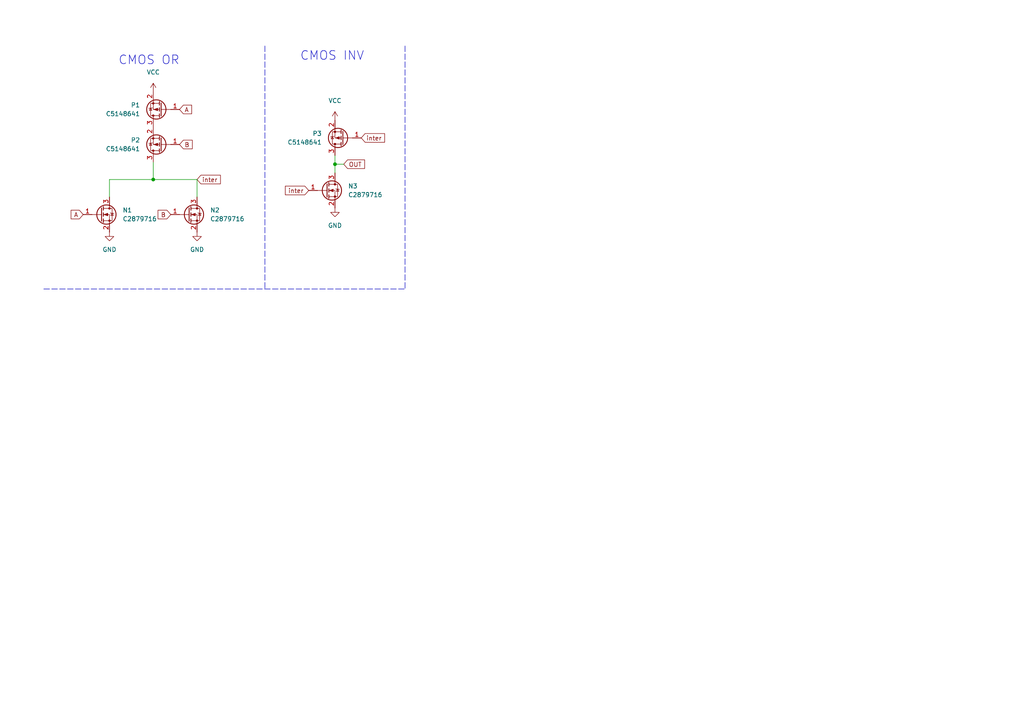
<source format=kicad_sch>
(kicad_sch (version 20211123) (generator eeschema)
  (paper "A4")
  (lib_symbols
    (symbol "Device:Q_NMOS_GSD" (pin_names (offset 0) hide)
      (property "Reference" "Q" (at 5.08 1.27 0))
      (property "Value" "Q_NMOS_GSD" (at 5.08 -1.27 0))
      (symbol "Q_NMOS_GSD_0_1"
        (polyline (pts (xy 0.254 0) (xy -2.54 0)))
        (polyline (pts (xy 0.254 1.905) (xy 0.254 -1.905)) (stroke (width 0.254)))
        (polyline (pts (xy 0.762 -1.27) (xy 0.762 -2.286)) (stroke (width 0.254)))
        (polyline (pts (xy 0.762 0.508) (xy 0.762 -0.508)) (stroke (width 0.254)))
        (polyline (pts (xy 0.762 2.286) (xy 0.762 1.27)) (stroke (width 0.254)))
        (polyline (pts (xy 2.54 2.54) (xy 2.54 1.778)))
        (polyline (pts (xy 2.54 -2.54) (xy 2.54 0) (xy 0.762 0)))
        (polyline (pts (xy 0.762 -1.778) (xy 3.302 -1.778) (xy 3.302 1.778) (xy 0.762 1.778)))
        (polyline (pts (xy 1.016 0) (xy 2.032 0.381) (xy 2.032 -0.381) (xy 1.016 0)) (fill (type outline)))
        (polyline (pts (xy 2.794 0.508) (xy 2.921 0.381) (xy 3.683 0.381) (xy 3.81 0.254)))
        (polyline (pts (xy 3.302 0.381) (xy 2.921 -0.254) (xy 3.683 -0.254) (xy 3.302 0.381)))
        (circle (center 1.651 0) (radius 2.794) (stroke (width 0.254)))
        (circle (center 2.54 -1.778) (radius 0.254) (fill (type outline)))
        (circle (center 2.54 1.778) (radius 0.254) (fill (type outline)))
      )
      (symbol "Q_NMOS_GSD_1_1"
        (pin input line (at -5.08 0 0) (length 2.54) (name "G") (number "1"))
        (pin passive line (at 2.54 -5.08 90) (length 2.54) (name "S") (number "2"))
        (pin passive line (at 2.54 5.08 270) (length 2.54) (name "D") (number "3"))
      )
    )
    (symbol "Device:Q_PMOS_GSD" (pin_names (offset 0) hide)
      (property "Reference" "Q" (at 5.08 1.27 0))
      (property "Value" "Q_PMOS_GSD" (at 5.08 -1.27 0))
      (symbol "Q_PMOS_GSD_0_1"
        (polyline (pts (xy 0.254 0) (xy -2.54 0)))
        (polyline (pts (xy 0.254 1.905) (xy 0.254 -1.905)) (stroke (width 0.254)))
        (polyline (pts (xy 0.762 -1.27) (xy 0.762 -2.286)) (stroke (width 0.254)))
        (polyline (pts (xy 0.762 0.508) (xy 0.762 -0.508)) (stroke (width 0.254)))
        (polyline (pts (xy 0.762 2.286) (xy 0.762 1.27)) (stroke (width 0.254)))
        (polyline (pts (xy 2.54 2.54) (xy 2.54 1.778)))
        (polyline (pts (xy 2.54 -2.54) (xy 2.54 0) (xy 0.762 0)))
        (polyline (pts (xy 0.762 1.778) (xy 3.302 1.778) (xy 3.302 -1.778) (xy 0.762 -1.778)))
        (polyline (pts (xy 2.286 0) (xy 1.27 0.381) (xy 1.27 -0.381) (xy 2.286 0)) (fill (type outline)))
        (polyline (pts (xy 2.794 -0.508) (xy 2.921 -0.381) (xy 3.683 -0.381) (xy 3.81 -0.254)))
        (polyline (pts (xy 3.302 -0.381) (xy 2.921 0.254) (xy 3.683 0.254) (xy 3.302 -0.381)))
        (circle (center 1.651 0) (radius 2.794) (stroke (width 0.254)))
        (circle (center 2.54 -1.778) (radius 0.254) (fill (type outline)))
        (circle (center 2.54 1.778) (radius 0.254) (fill (type outline)))
      )
      (symbol "Q_PMOS_GSD_1_1"
        (pin input line (at -5.08 0 0) (length 2.54) (name "G") (number "1"))
        (pin passive line (at 2.54 -5.08 90) (length 2.54) (name "S") (number "2"))
        (pin passive line (at 2.54 5.08 270) (length 2.54) (name "D") (number "3"))
      )
    )
    (symbol "power:GND" (power) (pin_names (offset 0))
      (property "Value" "GND" (at 0 -3.81 0))
      (symbol "GND_0_1"
        (polyline (pts (xy 0 0) (xy 0 -1.27) (xy 1.27 -1.27) (xy 0 -2.54) (xy -1.27 -1.27) (xy 0 -1.27)))
      )
      (symbol "GND_1_1"
        (pin power_in line (at 0 0 270) (length 0) hide (name "GND") (number "1"))
      )
    )
    (symbol "power:VCC" (power) (pin_names (offset 0))
      (property "Value" "VCC" (at 0 3.81 0))
      (symbol "VCC_0_1"
        (polyline (pts (xy -0.762 1.27) (xy 0 2.54)))
        (polyline (pts (xy 0 0) (xy 0 2.54)))
        (polyline (pts (xy 0 2.54) (xy 0.762 1.27)))
      )
      (symbol "VCC_1_1"
        (pin power_in line (at 0 0 90) (length 0) hide (name "VCC") (number "1"))
      )
    )
  )
  (junction (at 97.155 47.625))
  (junction (at 44.45 52.07))
  (wire (pts (xy 97.155 47.625) (xy 99.695 47.625)))
  (wire (pts (xy 57.15 57.15) (xy 57.15 52.07)))
  (wire (pts (xy 31.75 52.07) (xy 44.45 52.07)))
  (wire (pts (xy 44.45 46.99) (xy 44.45 52.07)))
  (wire (pts (xy 31.75 52.07) (xy 31.75 57.15)))
  (wire (pts (xy 57.15 52.07) (xy 44.45 52.07)))
  (wire (pts (xy 97.155 47.625) (xy 97.155 50.165)))
  (polyline (pts (xy 76.835 13.335) (xy 76.835 83.82)))
  (polyline (pts (xy 117.475 13.335) (xy 117.475 83.82)))
  (polyline (pts (xy 12.7 83.82) (xy 117.475 83.82)))
  (wire (pts (xy 97.155 45.085) (xy 97.155 47.625)))
  (text "CMOS INV" (at 86.995 17.78 0) (effects (font (size 2.54 2.54)) (justify left bottom)))
  (text "CMOS OR" (at 34.29 19.05 0) (effects (font (size 2.54 2.54)) (justify left bottom)))
  (global_label "B" (shape input) (at 49.53 62.23 180) (property "Intersheet References" "${INTERSHEET_REFS}" (effects hide)))
  (global_label "inter" (shape input) (at 104.775 40.005 0) (property "Intersheet References" "${INTERSHEET_REFS}" (effects hide)))
  (global_label "B" (shape input) (at 52.07 41.91 0) (property "Intersheet References" "${INTERSHEET_REFS}" (effects hide)))
  (global_label "OUT" (shape input) (at 99.695 47.625 0) (property "Intersheet References" "${INTERSHEET_REFS}" (effects hide)))
  (global_label "A" (shape input) (at 24.13 62.23 180) (property "Intersheet References" "${INTERSHEET_REFS}" (effects hide)))
  (global_label "inter" (shape input) (at 57.15 52.07 0) (property "Intersheet References" "${INTERSHEET_REFS}" (effects hide)))
  (global_label "A" (shape input) (at 52.07 31.75 0) (property "Intersheet References" "${INTERSHEET_REFS}" (effects hide)))
  (global_label "inter" (shape input) (at 89.535 55.245 180) (property "Intersheet References" "${INTERSHEET_REFS}" (effects hide)))
  (symbol (lib_id "Device:Q_PMOS_GSD") (at 46.99 31.75 180) (unit 1)
    (property "Reference" "P1" (at 40.64 30.4799 0) (effects (justify left)))
    (property "Value" "C5148641" (at 40.64 33.0199 0) (effects (justify left)))
    (property "Footprint" "Package_TO_SOT_SMD:SOT-523" (effects hide))
  )
  (symbol (lib_id "power:VCC") (at 44.45 26.67 0) (unit 1)
    (property "Reference" "#PWR0105" (effects hide))
    (property "Value" "VCC" (at 44.45 20.955 0))
  )
  (symbol (lib_id "power:GND") (at 31.75 67.31 0) (unit 1)
    (property "Reference" "#PWR0101" (effects hide))
    (property "Value" "GND" (at 31.75 72.39 0))
  )
  (symbol (lib_id "Device:Q_NMOS_GSD") (at 94.615 55.245 0) (unit 1)
    (property "Reference" "N3" (at 100.965 53.9749 0) (effects (justify left)))
    (property "Value" "C2879716" (at 100.965 56.5149 0) (effects (justify left)))
    (property "Footprint" "Package_TO_SOT_SMD:SOT-523" (effects hide))
  )
  (symbol (lib_id "Device:Q_NMOS_GSD") (at 54.61 62.23 0) (unit 1)
    (property "Reference" "N2" (at 60.96 60.9599 0) (effects (justify left)))
    (property "Value" "C2879716" (at 60.96 63.4999 0) (effects (justify left)))
    (property "Footprint" "Package_TO_SOT_SMD:SOT-523" (effects hide))
  )
  (symbol (lib_id "Device:Q_NMOS_GSD") (at 29.21 62.23 0) (unit 1)
    (property "Reference" "N1" (at 35.56 60.9599 0) (effects (justify left)))
    (property "Value" "C2879716" (at 35.56 63.4999 0) (effects (justify left)))
    (property "Footprint" "Package_TO_SOT_SMD:SOT-523" (effects hide))
  )
  (symbol (lib_id "power:GND") (at 57.15 67.31 0) (unit 1)
    (property "Reference" "#PWR0102" (effects hide))
    (property "Value" "GND" (at 57.15 72.39 0))
  )
  (symbol (lib_id "Device:Q_PMOS_GSD") (at 46.99 41.91 180) (unit 1)
    (property "Reference" "P2" (at 40.64 40.6399 0) (effects (justify left)))
    (property "Value" "C5148641" (at 40.64 43.1799 0) (effects (justify left)))
    (property "Footprint" "Package_TO_SOT_SMD:SOT-523" (effects hide))
  )
  (symbol (lib_id "power:GND") (at 97.155 60.325 0) (unit 1)
    (property "Reference" "#PWR0104" (effects hide))
    (property "Value" "GND" (at 97.155 65.405 0))
  )
  (symbol (lib_id "power:VCC") (at 97.155 34.925 0) (unit 1)
    (property "Reference" "#PWR0103" (effects hide))
    (property "Value" "VCC" (at 97.155 29.21 0))
  )
  (symbol (lib_id "Device:Q_PMOS_GSD") (at 99.695 40.005 180) (unit 1)
    (property "Reference" "P3" (at 93.345 38.7349 0) (effects (justify left)))
    (property "Value" "C5148641" (at 93.345 41.2749 0) (effects (justify left)))
    (property "Footprint" "Package_TO_SOT_SMD:SOT-523" (effects hide))
  )
)
</source>
